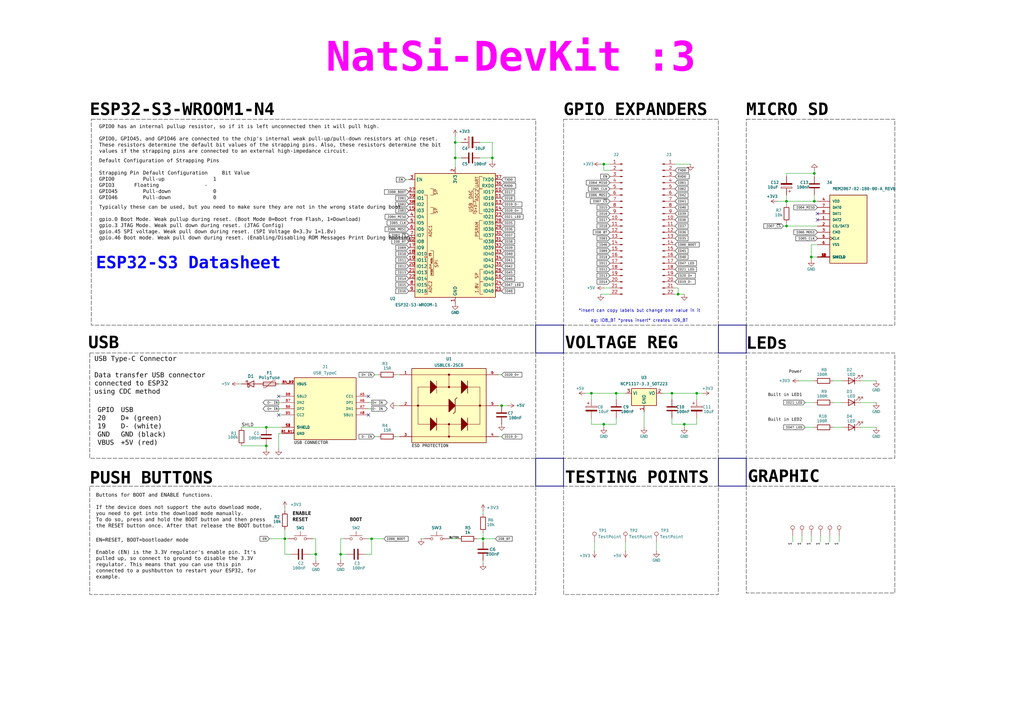
<source format=kicad_sch>
(kicad_sch (version 20231120) (generator "eeschema") (generator_version "8.0")
  (paper "A3")
  (title_block (title "NatSi-DevKit") (date "2024-10-07") (rev "v1.0.0") (company "Burger with everything Inc.") (comment 1 "Made in Prague, Czech Republic") (comment 2 "CONTACT: Savva Popov, savva.popov.sp@gmail.com, +420 605 570 366") (comment 3 "Custom ESP32-S3 DevKit made for a \"special\" girl (she silly)") (comment 4 "Made for wonderful Natani S. - by bismarx"))
  (junction (at 186.69 58.42))
  (junction (at 198.12 220.98))
  (junction (at 322.58 92.71))
  (junction (at 109.22 175.26))
  (junction (at 275.59 161.29))
  (junction (at 201.93 64.77))
  (junction (at 247.65 173.99))
  (junction (at 129.54 227.33))
  (junction (at 205.74 166.37))
  (junction (at 334.01 82.55))
  (junction (at 322.58 82.55))
  (junction (at 116.84 220.98))
  (junction (at 285.75 161.29))
  (junction (at 247.65 67.31))
  (junction (at 280.67 173.99))
  (junction (at 332.74 105.41))
  (junction (at 152.4 220.98))
  (junction (at 186.69 64.77))
  (junction (at 139.7 227.33))
  (junction (at 252.73 161.29))
  (junction (at 334.01 71.12))
  (junction (at 109.22 182.88))
  (junction (at 242.57 161.29))
  (junction (at 278.13 120.65))
  (no_connect (at 114.3 170.18))
  (no_connect (at 114.3 162.56))
  (no_connect (at 151.13 170.18))
  (no_connect (at 151.13 162.56))
  (no_connect (at 335.28 90.17))
  (no_connect (at 335.28 87.63))
  (wire (pts (xy 139.7 220.98) (xy 140.97 220.98)))
  (wire (pts (xy 116.84 220.98) (xy 118.11 220.98)))
  (wire (pts (xy 205.74 179.07) (xy 204.47 179.07)))
  (wire (pts (xy 322.58 82.55) (xy 322.58 83.82)))
  (bus (pts (xy 294.64 199.39) (xy 306.07 199.39)))
  (wire (pts (xy 114.3 184.15) (xy 114.3 177.8)))
  (bus (pts (xy 294.64 187.96) (xy 306.07 187.96)))
  (wire (pts (xy 99.06 175.26) (xy 109.22 175.26)))
  (wire (pts (xy 114.3 157.48) (xy 115.57 157.48)))
  (wire (pts (xy 246.38 120.65) (xy 250.19 120.65)))
  (wire (pts (xy 116.84 217.17) (xy 116.84 220.98)))
  (wire (pts (xy 196.85 58.42) (xy 201.93 58.42)))
  (wire (pts (xy 129.54 220.98) (xy 129.54 227.33)))
  (wire (pts (xy 109.22 182.88) (xy 109.22 184.15)))
  (wire (pts (xy 247.65 175.26) (xy 247.65 173.99)))
  (bus (pts (xy 219.71 199.39) (xy 219.71 187.96)))
  (wire (pts (xy 129.54 220.98) (xy 128.27 220.98)))
  (wire (pts (xy 116.84 220.98) (xy 116.84 227.33)))
  (wire (pts (xy 162.56 166.37) (xy 163.83 166.37)))
  (wire (pts (xy 166.37 73.66) (xy 167.64 73.66)))
  (wire (pts (xy 278.13 118.11) (xy 276.86 118.11)))
  (bus (pts (xy 219.71 187.96) (xy 231.14 187.96)))
  (bus (pts (xy 219.71 199.39) (xy 231.14 199.39)))
  (wire (pts (xy 256.54 226.06) (xy 256.54 222.25)))
  (wire (pts (xy 334.01 82.55) (xy 335.28 82.55)))
  (bus (pts (xy 231.14 133.35) (xy 231.14 144.78)))
  (wire (pts (xy 242.57 163.83) (xy 242.57 161.29)))
  (wire (pts (xy 242.57 173.99) (xy 247.65 173.99)))
  (wire (pts (xy 332.74 105.41) (xy 335.28 105.41)))
  (wire (pts (xy 334.01 71.12) (xy 334.01 72.39)))
  (wire (pts (xy 264.16 168.91) (xy 264.16 175.26)))
  (wire (pts (xy 275.59 173.99) (xy 280.67 173.99)))
  (wire (pts (xy 285.75 171.45) (xy 285.75 173.99)))
  (wire (pts (xy 322.58 92.71) (xy 335.28 92.71)))
  (wire (pts (xy 208.28 166.37) (xy 205.74 166.37)))
  (bus (pts (xy 306.07 144.78) (xy 306.07 133.35)))
  (wire (pts (xy 189.23 58.42) (xy 186.69 58.42)))
  (bus (pts (xy 294.64 133.35) (xy 306.07 133.35)))
  (wire (pts (xy 252.73 173.99) (xy 252.73 171.45)))
  (wire (pts (xy 162.56 179.07) (xy 163.83 179.07)))
  (wire (pts (xy 198.12 218.44) (xy 198.12 220.98)))
  (wire (pts (xy 195.58 220.98) (xy 198.12 220.98)))
  (wire (pts (xy 172.72 220.98) (xy 173.99 220.98)))
  (wire (pts (xy 250.19 69.85) (xy 247.65 69.85)))
  (wire (pts (xy 153.67 153.67) (xy 154.94 153.67)))
  (wire (pts (xy 139.7 220.98) (xy 139.7 227.33)))
  (wire (pts (xy 186.69 64.77) (xy 186.69 68.58)))
  (wire (pts (xy 152.4 220.98) (xy 151.13 220.98)))
  (wire (pts (xy 243.84 226.06) (xy 243.84 222.25)))
  (wire (pts (xy 353.06 175.26) (xy 359.41 175.26)))
  (wire (pts (xy 129.54 229.87) (xy 129.54 227.33)))
  (wire (pts (xy 275.59 161.29) (xy 275.59 163.83)))
  (bus (pts (xy 294.64 144.78) (xy 306.07 144.78)))
  (wire (pts (xy 322.58 91.44) (xy 322.58 92.71)))
  (wire (pts (xy 278.13 120.65) (xy 280.67 120.65)))
  (wire (pts (xy 283.21 67.31) (xy 276.86 67.31)))
  (wire (pts (xy 201.93 58.42) (xy 201.93 64.77)))
  (wire (pts (xy 325.12 222.25) (xy 325.12 219.71)))
  (wire (pts (xy 276.86 120.65) (xy 278.13 120.65)))
  (wire (pts (xy 99.06 157.48) (xy 97.79 157.48)))
  (wire (pts (xy 334.01 80.01) (xy 334.01 82.55)))
  (wire (pts (xy 152.4 165.1) (xy 151.13 165.1)))
  (wire (pts (xy 114.3 170.18) (xy 115.57 170.18)))
  (wire (pts (xy 247.65 173.99) (xy 252.73 173.99)))
  (wire (pts (xy 252.73 161.29) (xy 256.54 161.29)))
  (wire (pts (xy 110.49 220.98) (xy 116.84 220.98)))
  (wire (pts (xy 330.2 165.1) (xy 334.01 165.1)))
  (wire (pts (xy 205.74 166.37) (xy 204.47 166.37)))
  (wire (pts (xy 322.58 82.55) (xy 334.01 82.55)))
  (wire (pts (xy 341.63 156.21) (xy 345.44 156.21)))
  (wire (pts (xy 280.67 173.99) (xy 285.75 173.99)))
  (wire (pts (xy 275.59 173.99) (xy 275.59 171.45)))
  (wire (pts (xy 162.56 153.67) (xy 163.83 153.67)))
  (wire (pts (xy 246.38 67.31) (xy 247.65 67.31)))
  (wire (pts (xy 280.67 175.26) (xy 280.67 173.99)))
  (wire (pts (xy 269.24 226.06) (xy 269.24 222.25)))
  (wire (pts (xy 247.65 67.31) (xy 247.65 69.85)))
  (wire (pts (xy 332.74 105.41) (xy 332.74 100.33)))
  (wire (pts (xy 322.58 80.01) (xy 322.58 82.55)))
  (wire (pts (xy 328.93 222.25) (xy 328.93 219.71)))
  (wire (pts (xy 152.4 220.98) (xy 157.48 220.98)))
  (wire (pts (xy 198.12 229.87) (xy 198.12 231.14)))
  (wire (pts (xy 322.58 71.12) (xy 322.58 72.39)))
  (wire (pts (xy 330.2 175.26) (xy 334.01 175.26)))
  (wire (pts (xy 275.59 161.29) (xy 285.75 161.29)))
  (wire (pts (xy 318.77 82.55) (xy 322.58 82.55)))
  (wire (pts (xy 198.12 222.25) (xy 198.12 220.98)))
  (wire (pts (xy 278.13 120.65) (xy 278.13 118.11)))
  (wire (pts (xy 204.47 153.67) (xy 205.74 153.67)))
  (wire (pts (xy 341.63 175.26) (xy 345.44 175.26)))
  (bus (pts (xy 219.71 133.35) (xy 231.14 133.35)))
  (wire (pts (xy 189.23 64.77) (xy 186.69 64.77)))
  (wire (pts (xy 152.4 167.64) (xy 151.13 167.64)))
  (wire (pts (xy 196.85 64.77) (xy 201.93 64.77)))
  (wire (pts (xy 353.06 156.21) (xy 359.41 156.21)))
  (wire (pts (xy 332.74 222.25) (xy 332.74 219.71)))
  (wire (pts (xy 149.86 227.33) (xy 152.4 227.33)))
  (wire (pts (xy 242.57 161.29) (xy 252.73 161.29)))
  (wire (pts (xy 332.74 106.68) (xy 332.74 105.41)))
  (wire (pts (xy 114.3 167.64) (xy 115.57 167.64)))
  (wire (pts (xy 353.06 165.1) (xy 359.41 165.1)))
  (wire (pts (xy 152.4 220.98) (xy 152.4 227.33)))
  (wire (pts (xy 341.63 165.1) (xy 345.44 165.1)))
  (wire (pts (xy 139.7 227.33) (xy 142.24 227.33)))
  (wire (pts (xy 186.69 55.88) (xy 186.69 58.42)))
  (wire (pts (xy 327.66 156.21) (xy 334.01 156.21)))
  (wire (pts (xy 334.01 69.85) (xy 334.01 71.12)))
  (wire (pts (xy 332.74 100.33) (xy 335.28 100.33)))
  (wire (pts (xy 247.65 118.11) (xy 250.19 118.11)))
  (wire (pts (xy 321.31 92.71) (xy 322.58 92.71)))
  (wire (pts (xy 288.29 161.29) (xy 285.75 161.29)))
  (bus (pts (xy 294.64 199.39) (xy 294.64 187.96)))
  (wire (pts (xy 119.38 227.33) (xy 116.84 227.33)))
  (wire (pts (xy 344.17 222.25) (xy 344.17 219.71)))
  (wire (pts (xy 240.03 161.29) (xy 242.57 161.29)))
  (wire (pts (xy 201.93 66.04) (xy 201.93 64.77)))
  (wire (pts (xy 99.06 182.88) (xy 109.22 182.88)))
  (wire (pts (xy 129.54 227.33) (xy 127 227.33)))
  (wire (pts (xy 250.19 67.31) (xy 247.65 67.31)))
  (bus (pts (xy 306.07 199.39) (xy 306.07 187.96)))
  (bus (pts (xy 219.71 133.35) (xy 219.71 144.78)))
  (wire (pts (xy 139.7 229.87) (xy 139.7 227.33)))
  (bus (pts (xy 294.64 144.78) (xy 294.64 133.35)))
  (wire (pts (xy 114.3 162.56) (xy 115.57 162.56)))
  (wire (pts (xy 336.55 222.25) (xy 336.55 219.71)))
  (bus (pts (xy 231.14 144.78) (xy 219.71 144.78)))
  (wire (pts (xy 198.12 220.98) (xy 203.2 220.98)))
  (wire (pts (xy 334.01 71.12) (xy 322.58 71.12)))
  (wire (pts (xy 114.3 165.1) (xy 115.57 165.1)))
  (bus (pts (xy 231.14 199.39) (xy 231.14 187.96)))
  (wire (pts (xy 271.78 161.29) (xy 275.59 161.29)))
  (wire (pts (xy 198.12 210.82) (xy 198.12 209.55)))
  (wire (pts (xy 114.3 177.8) (xy 115.57 177.8)))
  (wire (pts (xy 340.36 222.25) (xy 340.36 219.71)))
  (wire (pts (xy 116.84 209.55) (xy 116.84 208.28)))
  (wire (pts (xy 153.67 179.07) (xy 154.94 179.07)))
  (wire (pts (xy 184.15 220.98) (xy 187.96 220.98)))
  (wire (pts (xy 252.73 163.83) (xy 252.73 161.29)))
  (wire (pts (xy 109.22 175.26) (xy 115.57 175.26)))
  (wire (pts (xy 242.57 171.45) (xy 242.57 173.99)))
  (wire (pts (xy 186.69 58.42) (xy 186.69 64.77)))
  (wire (pts (xy 285.75 163.83) (xy 285.75 161.29)))
  (rectangle (start 231.14 48.895) (end 294.64 133.35) (stroke (width 0) (type dash) (color 0 0 0 1)))
  (rectangle (start 36.83 144.78) (end 219.71 187.96) (stroke (width 0) (type dash) (color 0 0 0 1)))
  (rectangle (start 306.07 144.78) (end 367.03 187.96) (stroke (width 0) (type dash) (color 0 0 0 1)))
  (rectangle (start 36.83 199.39) (end 219.71 243.84) (stroke (width 0) (type dash) (color 0 0 0 1)))
  (rectangle (start 231.14 144.78) (end 294.64 187.96) (stroke (width 0) (type dash) (color 0 0 0 1)))
  (rectangle (start 306.07 48.895) (end 367.03 133.35) (stroke (width 0) (type dash) (color 0 0 0 1)))
  (rectangle (start 306.07 199.39) (end 367.03 243.205) (stroke (width 0) (type dash) (color 0 0 0 1)))
  (rectangle (start 37.465 48.895) (end 219.71 133.35) (stroke (width 0) (type dash) (color 0 0 0 1)))
  (rectangle (start 231.14 199.39) (end 294.64 243.84) (stroke (width 0) (type dash) (color 0 0 0 1)))
  (text "MICRO SD" (at 306.07 49.53 0) (effects (font (size 5 5) (bold yes)) (justify left bottom)))
  (text "Built in LED2" (at 328.93 173.355 0) (effects (font (size 1.27 1.27)) (justify right bottom)))
  (text "ESP32-S3 Datasheet" (at 39.37 112.395 0) (effects (font (size 5 5) (thickness 1) (bold yes) (italic yes)) (justify left bottom)))
  (text "GPIO EXPANDERS" (at 231.14 49.53 0) (effects (font (size 5 5) (bold yes)) (justify left bottom)))
  (text "Buttons for BOOT and ENABLE functions.\n\nIf the device does not support the auto download mode,\nyou need to get into the download mode manually. \nTo do so, press and hold the BOOT button and then press \nthe RESET button once. After that release the BOOT button." (at 39.37 217.17 0) (effects (font (size 1.5 1.5) (italic yes)) (justify left bottom)))
  (text "USB Type-C Connector\n\nData transfer USB connector \nconnected to ESP32 \nusing CDC method" (at 38.735 162.56 0) (effects (font (size 2 2) (italic yes)) (justify left bottom)))
  (text "GPIO	USB\n20		D+ (green)\n19		D- (white)\nGND	GND (black)\nVBUS	+5V (red)" (at 40.005 183.515 0) (effects (font (size 2 2)) (justify left bottom)))
  (text "VOLTAGE REG" (at 231.775 142.24 0) (effects (font (size 5 5) (thickness 1.2) (bold yes)) (justify left)))
  (text "PUSH BUTTONS" (at 36.83 200.66 0) (effects (font (size 5 5) (bold yes)) (justify left bottom)))
  (text "GRAPHIC" (at 306.705 200.025 0) (effects (font (size 5 5) (bold yes)) (justify left bottom)))
  (text "Power" (at 328.93 153.67 0) (effects (font (size 1.27 1.27)) (justify right bottom)))
  (text "BOOT" (at 143.51 214.63 0) (effects (font (size 1.5 1.5) (bold yes)) (justify left bottom)))
  (text "Default Configuration of Strapping Pins\n\nStrapping Pin	Default Configuration		Bit Value\nGPIO0 			Pull-up						1\nGPIO3			Floating						-\nGPIO45			Pull-down					0\nGPIO46			Pull-down					0" (at 40.64 82.55 0) (effects (font (size 1.5 1.5)) (justify left bottom)))
  (text "USB CONNECTOR" (at 120.65 182.88 0) (effects (font (size 1.27 1.27)) (justify left bottom)))
  (text "Typically these can be used, but you need to make sure they are not in the wrong state during boot.\n\ngpio.0 Boot Mode. Weak pullup during reset. (Boot Mode 0=Boot from Flash, 1=Download)\ngpio.3 JTAG Mode. Weak pull down during reset. (JTAG Config)\ngpio.45 SPI voltage. Weak pull down during reset. (SPI Voltage 0=3.3v 1=1.8v)\ngpio.46 Boot mode. Weak pull down during reset. (Enabling/Disabling ROM Messages Print During Booting)" (at 40.64 99.06 0) (effects (font (size 1.5 1.5)) (justify left bottom)))
  (text "ESP32-S3-WROOM1-N4" (at 36.83 49.53 0) (effects (font (size 5 5) (bold yes)) (justify left bottom)))
  (text "GPIO0 has an internal pullup resistor, so if it is left unconnected then it will pull high.\n\nGPIO0, GPIO45, and GPIO46 are connected to the chip's internal weak pull-up/pull-down resistors at chip reset.\nThese resistors determine the default bit values of the strapping pins. Also, these resistors determine the bit\nvalues if the strapping pins are connected to an external high-impedance circuit." (at 40.64 63.5 0) (effects (font (size 1.5 1.5)) (justify left bottom)))
  (text "TESTING POINTS" (at 231.775 197.485 0) (effects (font (size 5 5) (thickness 1.2) (bold yes)) (justify left)))
  (text "LEDs" (at 306.07 145.415 0) (effects (font (size 5 5) (bold yes)) (justify left bottom)))
  (text "USB" (at 36.195 142.24 0) (effects (font (size 5 5) (thickness 1.2) (bold yes)) (justify left)))
  (text "EN=RESET, BOOT=bootloader mode\n\nEnable (EN) is the 3.3V regulator's enable pin. It's\npulled up, so connect to ground to disable the 3.3V\nregulator. This means that you can use this pin\nconnected to a pushbutton to restart your ESP32, for\nexample." (at 39.37 238.125 0) (effects (font (size 1.5 1.5) (italic yes)) (justify left bottom)))
  (text "Built in LED1" (at 328.93 163.195 0) (effects (font (size 1.27 1.27)) (justify right bottom)))
  (text "ESD PROTECTION" (at 168.91 184.15 0) (effects (font (size 1.27 1.27)) (justify left bottom)))
  (text "*insert can copy labels but change one value in it\n\neg: IO8_BT *press insert* creates IO9_BT" (at 262.255 129.54 0) (effects (font (size 1.27 1.27))))
  (text "ENABLE\nRESET" (at 120.015 214.63 0) (effects (font (size 1.5 1.5) (thickness 0.254) (bold yes)) (justify left bottom)))
  (text "NatSi-DevKit :3" (at 209.55 27.305 0) (effects (font (size 12 12) (thickness 2.4) (bold yes))))
  (label "SHLD" (at 99.06 175.26 0))
  (label "1" (at 332.74 222.25 270))
  (label "1" (at 336.55 222.25 270))
  (label "1" (at 340.36 222.25 270))
  (label "1" (at 328.93 222.25 270))
  (label "BUTTON" (at 184.15 220.98 0) (effects (font (size 0.7 0.7))))
  (label "1" (at 344.17 222.25 270))
  (label "1" (at 325.12 222.25 270))
  (global_label "EN" (shape input) (at 166.37 73.66 180) (effects (font (size 1 1))) (property "Intersheetrefs" "${INTERSHEET_REFS}" (effects (hide yes))))
  (global_label "IO16" (shape input) (at 167.64 119.38 180) (effects (font (size 1 1))) (property "Intersheetrefs" "${INTERSHEET_REFS}" (effects (hide yes))))
  (global_label "RXD0" (shape input) (at 205.74 76.2 0) (effects (font (size 1 1))) (property "Intersheetrefs" "${INTERSHEET_REFS}" (effects (hide yes))))
  (global_label "D+ IN" (shape input) (at 153.67 153.67 180) (effects (font (size 1 1))) (property "Intersheetrefs" "${INTERSHEET_REFS}" (effects (hide yes))))
  (global_label "IO40" (shape input) (at 205.74 104.14 0) (effects (font (size 1 1))) (property "Intersheetrefs" "${INTERSHEET_REFS}" (effects (hide yes))))
  (global_label "IO35" (shape input) (at 205.74 91.44 0) (effects (font (size 1 1))) (property "Intersheetrefs" "${INTERSHEET_REFS}" (effects (hide yes))))
  (global_label "IO47_LED" (shape input) (at 205.74 116.84 0) (effects (font (size 1 1))) (property "Intersheetrefs" "${INTERSHEET_REFS}" (effects (hide yes))))
  (global_label "EN" (shape input) (at 250.19 72.39 180) (effects (font (size 1 1))) (property "Intersheetrefs" "${INTERSHEET_REFS}" (effects (hide yes))))
  (global_label "IO45" (shape input) (at 205.74 111.76 0) (effects (font (size 1 1))) (property "Intersheetrefs" "${INTERSHEET_REFS}" (effects (hide yes))))
  (global_label "IO42" (shape input) (at 276.86 80.01 0) (effects (font (size 1 1))) (property "Intersheetrefs" "${INTERSHEET_REFS}" (effects (hide yes))))
  (global_label "IO01" (shape input) (at 167.64 81.28 180) (effects (font (size 1 1))) (property "Intersheetrefs" "${INTERSHEET_REFS}" (effects (hide yes))))
  (global_label "IO18" (shape input) (at 205.74 81.28 0) (effects (font (size 1 1))) (property "Intersheetrefs" "${INTERSHEET_REFS}" (effects (hide yes))))
  (global_label "IO10" (shape input) (at 167.64 104.14 180) (effects (font (size 1 1))) (property "Intersheetrefs" "${INTERSHEET_REFS}" (effects (hide yes))))
  (global_label "IO11" (shape input) (at 167.64 106.68 180) (effects (font (size 1 1))) (property "Intersheetrefs" "${INTERSHEET_REFS}" (effects (hide yes))))
  (global_label "IO05_CLK" (shape input) (at 167.64 91.44 180) (effects (font (size 1 1))) (property "Intersheetrefs" "${INTERSHEET_REFS}" (effects (hide yes))))
  (global_label "IO14" (shape input) (at 250.19 115.57 180) (effects (font (size 1 1))) (property "Intersheetrefs" "${INTERSHEET_REFS}" (effects (hide yes))))
  (global_label "IO12" (shape input) (at 167.64 109.22 180) (effects (font (size 1 1))) (property "Intersheetrefs" "${INTERSHEET_REFS}" (effects (hide yes))))
  (global_label "IO39" (shape input) (at 276.86 87.63 0) (effects (font (size 1 1))) (property "Intersheetrefs" "${INTERSHEET_REFS}" (effects (hide yes))))
  (global_label "IO47_LED" (shape input) (at 276.86 107.95 0) (effects (font (size 1 1))) (property "Intersheetrefs" "${INTERSHEET_REFS}" (effects (hide yes))))
  (global_label "IO18" (shape input) (at 250.19 92.71 180) (effects (font (size 1 1))) (property "Intersheetrefs" "${INTERSHEET_REFS}" (effects (hide yes))))
  (global_label "D+ IN" (shape output) (at 114.3 167.64 180) (effects (font (size 1 1))) (property "Intersheetrefs" "${INTERSHEET_REFS}" (effects (hide yes))))
  (global_label "IO02" (shape input) (at 276.86 77.47 0) (effects (font (size 1 1))) (property "Intersheetrefs" "${INTERSHEET_REFS}" (effects (hide yes))))
  (global_label "IO19_D-" (shape input) (at 276.86 115.57 0) (effects (font (size 1 1))) (property "Intersheetrefs" "${INTERSHEET_REFS}" (effects (hide yes))))
  (global_label "IO06_MOSI" (shape input) (at 167.64 93.98 180) (effects (font (size 1 1))) (property "Intersheetrefs" "${INTERSHEET_REFS}" (effects (hide yes))))
  (global_label "IO19_D-" (shape input) (at 205.74 83.82 0) (effects (font (size 1 1))) (property "Intersheetrefs" "${INTERSHEET_REFS}" (effects (hide yes))))
  (global_label "IO47_LED" (shape input) (at 330.2 175.26 180) (effects (font (size 1 1))) (property "Intersheetrefs" "${INTERSHEET_REFS}" (effects (hide yes))))
  (global_label "IO13" (shape input) (at 250.19 113.03 180) (effects (font (size 1 1))) (property "Intersheetrefs" "${INTERSHEET_REFS}" (effects (hide yes))))
  (global_label "IO06_MOSI" (shape input) (at 335.28 95.25 180) (effects (font (size 1 1))) (property "Intersheetrefs" "${INTERSHEET_REFS}" (effects (hide yes))))
  (global_label "IO00_BOOT" (shape input) (at 157.48 220.98 0) (effects (font (size 1 1))) (property "Intersheetrefs" "${INTERSHEET_REFS}" (effects (hide yes))))
  (global_label "IO00_BOOT" (shape input) (at 167.64 78.74 180) (effects (font (size 1 1))) (property "Intersheetrefs" "${INTERSHEET_REFS}" (effects (hide yes))))
  (global_label "IO37" (shape input) (at 276.86 92.71 0) (effects (font (size 1 1))) (property "Intersheetrefs" "${INTERSHEET_REFS}" (effects (hide yes))))
  (global_label "IO21_LED" (shape input) (at 205.74 88.9 0) (effects (font (size 1 1))) (property "Intersheetrefs" "${INTERSHEET_REFS}" (effects (hide yes))))
  (global_label "D- IN" (shape output) (at 114.3 165.1 180) (effects (font (size 1 1))) (property "Intersheetrefs" "${INTERSHEET_REFS}" (effects (hide yes))))
  (global_label "TXD0" (shape input) (at 276.86 69.85 0) (effects (font (size 1 1))) (property "Intersheetrefs" "${INTERSHEET_REFS}" (effects (hide yes))))
  (global_label "IO20_D+" (shape input) (at 276.86 113.03 0) (effects (font (size 1 1))) (property "Intersheetrefs" "${INTERSHEET_REFS}" (effects (hide yes))))
  (global_label "IO10" (shape input) (at 250.19 105.41 180) (effects (font (size 1 1))) (property "Intersheetrefs" "${INTERSHEET_REFS}" (effects (hide yes))))
  (global_label "IO02" (shape input) (at 167.64 83.82 180) (effects (font (size 1 1))) (property "Intersheetrefs" "${INTERSHEET_REFS}" (effects (hide yes))))
  (global_label "IO46" (shape input) (at 250.19 100.33 180) (effects (font (size 1 1))) (property "Intersheetrefs" "${INTERSHEET_REFS}" (effects (hide yes))))
  (global_label "IO04_MISO" (shape input) (at 335.28 85.09 180) (effects (font (size 1 1))) (property "Intersheetrefs" "${INTERSHEET_REFS}" (effects (hide yes))))
  (global_label "IO17" (shape input) (at 250.19 90.17 180) (effects (font (size 1 1))) (property "Intersheetrefs" "${INTERSHEET_REFS}" (effects (hide yes))))
  (global_label "IO06_MOSI" (shape input) (at 250.19 80.01 180) (effects (font (size 1 1))) (property "Intersheetrefs" "${INTERSHEET_REFS}" (effects (hide yes))))
  (global_label "D- IN" (shape output) (at 152.4 167.64 0) (effects (font (size 1 1))) (property "Intersheetrefs" "${INTERSHEET_REFS}" (effects (hide yes))))
  (global_label "IO09" (shape input) (at 167.64 101.6 180) (effects (font (size 1 1))) (property "Intersheetrefs" "${INTERSHEET_REFS}" (effects (hide yes))))
  (global_label "IO12" (shape input) (at 250.19 110.49 180) (effects (font (size 1 1))) (property "Intersheetrefs" "${INTERSHEET_REFS}" (effects (hide yes))))
  (global_label "IO41" (shape input) (at 276.86 82.55 0) (effects (font (size 1 1))) (property "Intersheetrefs" "${INTERSHEET_REFS}" (effects (hide yes))))
  (global_label "IO36" (shape input) (at 276.86 95.25 0) (effects (font (size 1 1))) (property "Intersheetrefs" "${INTERSHEET_REFS}" (effects (hide yes))))
  (global_label "IO41" (shape input) (at 205.74 106.68 0) (effects (font (size 1 1))) (property "Intersheetrefs" "${INTERSHEET_REFS}" (effects (hide yes))))
  (global_label "IO05_CLK" (shape input) (at 250.19 77.47 180) (effects (font (size 1 1))) (property "Intersheetrefs" "${INTERSHEET_REFS}" (effects (hide yes))))
  (global_label "IO38" (shape input) (at 276.86 90.17 0) (effects (font (size 1 1))) (property "Intersheetrefs" "${INTERSHEET_REFS}" (effects (hide yes))))
  (global_label "IO05_CLK" (shape input) (at 335.28 97.79 180) (effects (font (size 1 1))) (property "Intersheetrefs" "${INTERSHEET_REFS}" (effects (hide yes))))
  (global_label "IO04_MISO" (shape input) (at 167.64 88.9 180) (effects (font (size 1 1))) (property "Intersheetrefs" "${INTERSHEET_REFS}" (effects (hide yes))))
  (global_label "IO03" (shape input) (at 167.64 86.36 180) (effects (font (size 1 1))) (property "Intersheetrefs" "${INTERSHEET_REFS}" (effects (hide yes))))
  (global_label "IO14" (shape input) (at 167.64 114.3 180) (effects (font (size 1 1))) (property "Intersheetrefs" "${INTERSHEET_REFS}" (effects (hide yes))))
  (global_label "IO00_BOOT" (shape input) (at 276.86 100.33 0) (effects (font (size 1 1))) (property "Intersheetrefs" "${INTERSHEET_REFS}" (effects (hide yes))))
  (global_label "IO01" (shape input) (at 276.86 74.93 0) (effects (font (size 1 1))) (property "Intersheetrefs" "${INTERSHEET_REFS}" (effects (hide yes))))
  (global_label "IO46" (shape input) (at 205.74 114.3 0) (effects (font (size 1 1))) (property "Intersheetrefs" "${INTERSHEET_REFS}" (effects (hide yes))))
  (global_label "IO35" (shape input) (at 276.86 97.79 0) (effects (font (size 1 1))) (property "Intersheetrefs" "${INTERSHEET_REFS}" (effects (hide yes))))
  (global_label "IO15" (shape input) (at 250.19 85.09 180) (effects (font (size 1 1))) (property "Intersheetrefs" "${INTERSHEET_REFS}" (effects (hide yes))))
  (global_label "IO48" (shape input) (at 276.86 105.41 0) (effects (font (size 1 1))) (property "Intersheetrefs" "${INTERSHEET_REFS}" (effects (hide yes))))
  (global_label "IO36" (shape input) (at 205.74 93.98 0) (effects (font (size 1 1))) (property "Intersheetrefs" "${INTERSHEET_REFS}" (effects (hide yes))))
  (global_label "IO20_D+" (shape input) (at 205.74 153.67 0) (effects (font (size 1 1))) (property "Intersheetrefs" "${INTERSHEET_REFS}" (effects (hide yes))))
  (global_label "IO48" (shape input) (at 205.74 119.38 0) (effects (font (size 1 1))) (property "Intersheetrefs" "${INTERSHEET_REFS}" (effects (hide yes))))
  (global_label "IO37" (shape input) (at 205.74 96.52 0) (effects (font (size 1 1))) (property "Intersheetrefs" "${INTERSHEET_REFS}" (effects (hide yes))))
  (global_label "IO11" (shape input) (at 250.19 107.95 180) (effects (font (size 1 1))) (property "Intersheetrefs" "${INTERSHEET_REFS}" (effects (hide yes))))
  (global_label "IO8_BT" (shape input) (at 167.64 99.06 180) (effects (font (size 1 1))) (property "Intersheetrefs" "${INTERSHEET_REFS}" (effects (hide yes))))
  (global_label "IO04_MISO" (shape input) (at 250.19 74.93 180) (effects (font (size 1 1))) (property "Intersheetrefs" "${INTERSHEET_REFS}" (effects (hide yes))))
  (global_label "TXD0" (shape input) (at 205.74 73.66 0) (effects (font (size 1 1))) (property "Intersheetrefs" "${INTERSHEET_REFS}" (effects (hide yes))))
  (global_label "IO20_D+" (shape input) (at 205.74 86.36 0) (effects (font (size 1 1))) (property "Intersheetrefs" "${INTERSHEET_REFS}" (effects (hide yes))))
  (global_label "IO8_BT" (shape input) (at 250.19 95.25 180) (effects (font (size 1 1))) (property "Intersheetrefs" "${INTERSHEET_REFS}" (effects (hide yes))))
  (global_label "IO16" (shape input) (at 250.19 87.63 180) (effects (font (size 1 1))) (property "Intersheetrefs" "${INTERSHEET_REFS}" (effects (hide yes))))
  (global_label "IO17" (shape input) (at 205.74 78.74 0) (effects (font (size 1 1))) (property "Intersheetrefs" "${INTERSHEET_REFS}" (effects (hide yes))))
  (global_label "IO42" (shape input) (at 205.74 109.22 0) (effects (font (size 1 1))) (property "Intersheetrefs" "${INTERSHEET_REFS}" (effects (hide yes))))
  (global_label "IO21_LED" (shape input) (at 330.2 165.1 180) (effects (font (size 1 1))) (property "Intersheetrefs" "${INTERSHEET_REFS}" (effects (hide yes))))
  (global_label "IO13" (shape input) (at 167.64 111.76 180) (effects (font (size 1 1))) (property "Intersheetrefs" "${INTERSHEET_REFS}" (effects (hide yes))))
  (global_label "IO38" (shape input) (at 205.74 99.06 0) (effects (font (size 1 1))) (property "Intersheetrefs" "${INTERSHEET_REFS}" (effects (hide yes))))
  (global_label "IO8_BT" (shape input) (at 203.2 220.98 0) (effects (font (size 1 1))) (property "Intersheetrefs" "${INTERSHEET_REFS}" (effects (hide yes))))
  (global_label "IO45" (shape input) (at 276.86 102.87 0) (effects (font (size 1 1))) (property "Intersheetrefs" "${INTERSHEET_REFS}" (effects (hide yes))))
  (global_label "IO39" (shape input) (at 205.74 101.6 0) (effects (font (size 1 1))) (property "Intersheetrefs" "${INTERSHEET_REFS}" (effects (hide yes))))
  (global_label "IO03" (shape input) (at 250.19 97.79 180) (effects (font (size 1 1))) (property "Intersheetrefs" "${INTERSHEET_REFS}" (effects (hide yes))))
  (global_label "RXD0" (shape input) (at 276.86 72.39 0) (effects (font (size 1 1))) (property "Intersheetrefs" "${INTERSHEET_REFS}" (effects (hide yes))))
  (global_label "IO07_~{CS}" (shape input) (at 321.31 92.71 180) (effects (font (size 1 1))) (property "Intersheetrefs" "${INTERSHEET_REFS}" (effects (hide yes))))
  (global_label "IO19_D-" (shape input) (at 205.74 179.07 0) (effects (font (size 1 1))) (property "Intersheetrefs" "${INTERSHEET_REFS}" (effects (hide yes))))
  (global_label "D+ IN" (shape output) (at 152.4 165.1 0) (effects (font (size 1 1))) (property "Intersheetrefs" "${INTERSHEET_REFS}" (effects (hide yes))))
  (global_label "IO07_~{CS}" (shape input) (at 250.19 82.55 180) (effects (font (size 1 1))) (property "Intersheetrefs" "${INTERSHEET_REFS}" (effects (hide yes))))
  (global_label "IO07_~{CS}" (shape input) (at 167.64 96.52 180) (effects (font (size 1 1))) (property "Intersheetrefs" "${INTERSHEET_REFS}" (effects (hide yes))))
  (global_label "D- IN" (shape input) (at 153.67 179.07 180) (effects (font (size 1 1))) (property "Intersheetrefs" "${INTERSHEET_REFS}" (effects (hide yes))))
  (global_label "IO15" (shape input) (at 167.64 116.84 180) (effects (font (size 1 1))) (property "Intersheetrefs" "${INTERSHEET_REFS}" (effects (hide yes))))
  (global_label "IO40" (shape input) (at 276.86 85.09 0) (effects (font (size 1 1))) (property "Intersheetrefs" "${INTERSHEET_REFS}" (effects (hide yes))))
  (global_label "IO21_LED" (shape input) (at 276.86 110.49 0) (effects (font (size 1 1))) (property "Intersheetrefs" "${INTERSHEET_REFS}" (effects (hide yes))))
  (global_label "EN" (shape input) (at 110.49 220.98 180) (effects (font (size 1 1))) (property "Intersheetrefs" "${INTERSHEET_REFS}" (effects (hide yes))))
  (global_label "IO09" (shape input) (at 250.19 102.87 180) (effects (font (size 1 1))) (property "Intersheetrefs" "${INTERSHEET_REFS}" (effects (hide yes))))
  (symbol (lib_id "Device:R") (at 99.06 179.07 0) (unit 1)
    (property "Reference" "R1" (at 95.885 177.8 0))
    (property "Value" "100k" (at 95.5675 179.3875 0))
    (property "Footprint" "Resistor_SMD:R_0805_2012Metric_Pad1.20x1.40mm_HandSolder" (effects (hide yes)))
  )
  (symbol (lib_id "Switch:SW_Push") (at 179.07 220.98 0) (unit 1)
    (property "Reference" "SW3" (at 179.07 216.535 0))
    (property "Value" "SW_Push" (effects (hide yes)))
    (property "Footprint" "sumec_brd:SW_SPST_EVQPE1" (effects (hide yes)))
  )
  (symbol (lib_id "Device:LED") (at 349.25 156.21 180) (unit 1)
    (property "Reference" "D2" (at 347.345 151.765 0) (effects (justify right)))
    (property "Value" "LED" (at 347.345 153.67 0) (effects (justify right)))
    (property "Footprint" "LED_SMD:LED_0805_2012Metric_Pad1.15x1.40mm_HandSolder" (effects (hide yes)))
  )
  (symbol (lib_id "power:GND") (at 280.67 175.26 0) (unit 1)
    (property "Reference" "#PWR021" (effects (hide yes)))
    (property "Value" "GND" (at 280.67 179.07 0))
    (property "Description" "Power symbol creates a global label with name \"GND\" , ground" (effects (hide yes)))
  )
  (symbol (lib_id "power:GND") (at 198.12 231.14 0) (unit 1)
    (property "Reference" "#PWR012" (effects (hide yes)))
    (property "Value" "GND" (effects (hide yes)))
  )
  (symbol (lib_id "Device:R") (at 191.77 220.98 90) (unit 1)
    (property "Reference" "R5" (at 193.04 216.535 90) (effects (justify left)))
    (property "Value" "1k" (at 193.04 218.44 90) (effects (justify left)))
    (property "Footprint" "Resistor_SMD:R_0805_2012Metric_Pad1.20x1.40mm_HandSolder" (effects (hide yes)))
  )
  (symbol (lib_id "Connector:TestPoint") (at 344.17 219.71 0) (unit 1)
    (property "Reference" "TP9" (effects (hide yes)))
    (property "Value" "TestPoint" (effects (hide yes)))
    (property "Footprint" "sumec_graphic:FLO_POINTING_IMG" (effects (hide yes)))
    (property "Description" "test point" (effects (hide yes)))
  )
  (symbol (lib_id "Connector:TestPoint") (at 256.54 222.25 0) (unit 1)
    (property "Reference" "TP2" (at 258.318 217.678 0) (effects (justify left)))
    (property "Value" "TestPoint" (at 258.318 220.218 0) (effects (justify left)))
    (property "Footprint" "TestPoint:TestPoint_THTPad_D1.5mm_Drill0.7mm" (effects (hide yes)))
    (property "Description" "test point" (effects (hide yes)))
  )
  (symbol (lib_id "power:GND") (at 162.56 166.37 270) (unit 1)
    (property "Reference" "#PWR07" (effects (hide yes)))
    (property "Value" "GND" (effects (hide yes)))
  )
  (symbol (lib_id "Connector:Conn_01x22_Pin") (at 255.27 92.71 0) (mirror y) (unit 1)
    (property "Reference" "J2" (at 252.73 63.5 0))
    (property "Value" "Conn_01x22_Pin" (effects (hide yes)))
    (property "Footprint" "Connector_PinHeader_2.54mm:PinHeader_1x22_P2.54mm_Vertical" (effects (hide yes)))
    (property "Description" "Generic connector, single row, 01x22, script generated" (effects (hide yes)))
  )
  (symbol (lib_id "power:+5V") (at 256.54 226.06 180) (unit 1)
    (property "Reference" "#PWR019" (effects (hide yes)))
    (property "Value" "+5V" (at 255.27 227.965 0) (effects (justify left)))
    (property "Description" "Power symbol creates a global label with name \"+5V\"" (effects (hide yes)))
  )
  (symbol (lib_id "Connector:TestPoint") (at 328.93 219.71 0) (unit 1)
    (property "Reference" "TP5" (effects (hide yes)))
    (property "Value" "TestPoint" (effects (hide yes)))
    (property "Footprint" "sumec_graphic:NAT_PFP_IMG" (effects (hide yes)))
    (property "Description" "test point" (effects (hide yes)))
  )
  (symbol (lib_id "Device:R") (at 322.58 87.63 180) (unit 1)
    (property "Reference" "R7" (at 319.405 86.36 0))
    (property "Value" "10k" (at 319.405 88.265 0))
    (property "Footprint" "Resistor_SMD:R_0805_2012Metric_Pad1.20x1.40mm_HandSolder" (effects (hide yes)))
  )
  (symbol (lib_id "power:+5V") (at 97.79 157.48 90) (unit 1)
    (property "Reference" "#PWR01" (effects (hide yes)))
    (property "Value" "+5V" (at 94.615 157.48 90) (effects (justify left)))
    (property "Description" "Power symbol creates a global label with name \"+5V\"" (effects (hide yes)))
  )
  (symbol (lib_id "Switch:SW_Push") (at 146.05 220.98 0) (unit 1)
    (property "Reference" "SW2" (at 146.05 216.535 0))
    (property "Value" "SW_Push" (effects (hide yes)))
    (property "Footprint" "sumec_brd:SW_SPST_EVQPE1" (effects (hide yes)))
  )
  (symbol (lib_id "Device:LED") (at 349.25 175.26 180) (unit 1)
    (property "Reference" "D4" (at 347.345 170.815 0) (effects (justify right)))
    (property "Value" "LED" (at 347.345 172.72 0) (effects (justify right)))
    (property "Footprint" "LED_SMD:LED_0805_2012Metric_Pad1.15x1.40mm_HandSolder" (effects (hide yes)))
  )
  (symbol (lib_id "Device:R") (at 337.82 165.1 90) (unit 1)
    (property "Reference" "R9" (at 339.09 160.655 90) (effects (justify left)))
    (property "Value" "100R" (at 339.725 162.56 90) (effects (justify left)))
    (property "Footprint" "Resistor_SMD:R_0805_2012Metric_Pad1.20x1.40mm_HandSolder" (effects (hide yes)))
  )
  (symbol (lib_id "Device:C") (at 205.74 170.18 0) (unit 1)
    (property "Reference" "C7" (at 208.28 169.545 0) (effects (justify left)))
    (property "Value" "100nF" (at 208.28 171.45 0) (effects (justify left)))
    (property "Footprint" "Capacitor_SMD:C_0805_2012Metric_Pad1.18x1.45mm_HandSolder" (effects (hide yes)))
  )
  (symbol (lib_id "Device:C_Polarized") (at 285.75 167.64 0) (unit 1)
    (property "Reference" "C11" (at 288.29 167.005 0) (effects (justify left)))
    (property "Value" "10uF" (at 288.29 168.91 0) (effects (justify left)))
    (property "Footprint" "Capacitor_Tantalum_SMD:CP_EIA-3216-18_Kemet-A_Pad1.58x1.35mm_HandSolder" (effects (hide yes)))
  )
  (symbol (lib_id "Device:R") (at 158.75 179.07 90) (unit 1)
    (property "Reference" "R4" (at 156.845 174.625 90) (effects (justify right)))
    (property "Value" "15R" (at 156.845 176.53 90) (effects (justify right)))
    (property "Footprint" "Resistor_SMD:R_0805_2012Metric_Pad1.20x1.40mm_HandSolder" (effects (hide yes)))
  )
  (symbol (lib_id "power:GND") (at 264.16 175.26 0) (unit 1)
    (property "Reference" "#PWR020" (effects (hide yes)))
    (property "Value" "GND" (at 264.16 179.07 0))
    (property "Description" "Power symbol creates a global label with name \"GND\" , ground" (effects (hide yes)))
  )
  (symbol (lib_id "Connector:TestPoint") (at 243.84 222.25 0) (unit 1)
    (property "Reference" "TP1" (at 245.618 217.678 0) (effects (justify left)))
    (property "Value" "TestPoint" (at 245.618 220.218 0) (effects (justify left)))
    (property "Footprint" "TestPoint:TestPoint_THTPad_D1.5mm_Drill0.7mm" (effects (hide yes)))
    (property "Description" "test point" (effects (hide yes)))
  )
  (symbol (lib_id "power:GND") (at 359.41 165.1 0) (unit 1)
    (property "Reference" "#PWR029" (effects (hide yes)))
    (property "Value" "GND" (at 359.41 168.91 0))
  )
  (symbol (lib_id "power:+3V3") (at 288.29 161.29 270) (unit 1)
    (property "Reference" "#PWR022" (effects (hide yes)))
    (property "Value" "+3V3" (at 287.655 159.385 90) (effects (justify left)))
  )
  (symbol (lib_id "power:+3V3") (at 318.77 82.55 90) (unit 1)
    (property "Reference" "#PWR023" (effects (hide yes)))
    (property "Value" "+3V3" (at 319.405 80.645 90) (effects (justify left)))
  )
  (symbol (lib_id "power:+5V") (at 247.65 118.11 90) (unit 1)
    (property "Reference" "#PWR032" (effects (hide yes)))
    (property "Value" "+5V" (at 244.475 118.11 90) (effects (justify left)))
    (property "Description" "Power symbol creates a global label with name \"+5V\"" (effects (hide yes)))
  )
  (symbol (lib_id "Device:C_Polarized") (at 322.58 76.2 180) (unit 1)
    (property "Reference" "C12" (at 319.405 74.93 0) (effects (justify left)))
    (property "Value" "10uF" (at 319.405 76.835 0) (effects (justify left)))
    (property "Footprint" "Capacitor_Tantalum_SMD:CP_EIA-3216-18_Kemet-A_Pad1.58x1.35mm_HandSolder" (effects (hide yes)))
    (property "Description" "Polarized capacitor" (effects (hide yes)))
  )
  (symbol (lib_id "power:GND") (at 201.93 66.04 0) (unit 1)
    (property "Reference" "#PWR013" (effects (hide yes)))
    (property "Value" "GND" (effects (hide yes)))
    (property "Description" "Power symbol creates a global label with name \"GND\" , ground" (effects (hide yes)))
  )
  (symbol (lib_id "power:GND") (at 332.74 106.68 0) (unit 1)
    (property "Reference" "#PWR025" (effects (hide yes)))
    (property "Value" "GND" (at 332.74 110.49 0))
  )
  (symbol (lib_id "Device:C") (at 123.19 227.33 90) (unit 1)
    (property "Reference" "C2" (at 124.46 231.14 90) (effects (justify left)))
    (property "Value" "100nF" (at 125.73 233.045 90) (effects (justify left)))
    (property "Footprint" "Capacitor_SMD:C_0805_2012Metric_Pad1.18x1.45mm_HandSolder" (effects (hide yes)))
  )
  (symbol (lib_id "SchrackThingy_library:MEM2067-02-180-00-A_REVB") (at 340.36 92.71 0) (unit 1)
    (property "Reference" "J4" (at 339.09 74.93 0) (effects (justify left)))
    (property "Value" "MEM2067-02-180-00-A_REVB" (at 339.09 77.47 0) (effects (justify left)))
    (property "Footprint" "Schrack_brd:MICRO_SD_CARD" (effects (hide yes)))
    (property "MF" "Global Connector Technology" (effects (hide yes)))
    (property "Description_1" "\n8 Position Card Connector microSD Surface Mount, Right Angle Gold\n" (effects (hide yes)))
    (property "Package" "None" (effects (hide yes)))
    (property "Price" "None" (effects (hide yes)))
    (property "Check_prices" "https://www.snapeda.com/parts/MEM2067-02-180-00-A/Global+Connector+Technology/view-part/?ref=eda" (effects (hide yes)))
    (property "SnapEDA_Link" "https://www.snapeda.com/parts/MEM2067-02-180-00-A/Global+Connector+Technology/view-part/?ref=snap" (effects (hide yes)))
    (property "MP" "MEM2067-02-180-00-A" (effects (hide yes)))
    (property "Purchase-URL" "https://www.snapeda.com/api/url_track_click_mouser/?unipart_id=779218&manufacturer=Global Connector Technology&part_name=MEM2067-02-180-00-A&search_term=None" (effects (hide yes)))
    (property "Availability" "Not in stock" (effects (hide yes)))
    (property "MANUFACTURER" "GCT" (effects (hide yes)))
  )
  (symbol (lib_id "Device:Polyfuse") (at 110.49 157.48 90) (unit 1)
    (property "Reference" "F1" (at 110.49 153.035 90))
    (property "Value" "Polyfuse" (at 110.49 154.94 90))
    (property "Footprint" "Fuse:Fuse_0805_2012Metric" (effects (hide yes)))
    (property "Datasheet" "https://cz.mouser.com/ProductDetail/Littelfuse/0805L020-16YR?qs=HoCaDK9Nz5e9OjGjdp4q0Q%3D%3D" (effects (hide yes)))
    (property "Description" "Resettable fuse, polymeric positive temperature coefficient" (effects (hide yes)))
  )
  (symbol (lib_id "Connector:TestPoint") (at 325.12 219.71 0) (unit 1)
    (property "Reference" "TP4" (effects (hide yes)))
    (property "Value" "TestPoint" (effects (hide yes)))
    (property "Footprint" "sumec_graphic:NATI_PICME_IMG" (effects (hide yes)))
    (property "Description" "test point" (effects (hide yes)))
  )
  (symbol (lib_id "power:GND") (at 246.38 120.65 0) (unit 1)
    (property "Reference" "#PWR033" (effects (hide yes)))
    (property "Value" "GND" (effects (hide yes)))
    (property "Description" "Power symbol creates a global label with name \"GND\" , ground" (effects (hide yes)))
  )
  (symbol (lib_id "Device:R") (at 198.12 214.63 0) (mirror x) (unit 1)
    (property "Reference" "R6" (at 201.295 213.36 0))
    (property "Value" "10k" (at 201.295 215.265 0))
    (property "Footprint" "Resistor_SMD:R_0805_2012Metric_Pad1.20x1.40mm_HandSolder" (effects (hide yes)))
  )
  (symbol (lib_id "power:GND") (at 359.41 175.26 0) (unit 1)
    (property "Reference" "#PWR030" (effects (hide yes)))
    (property "Value" "GND" (at 359.41 179.07 0))
  )
  (symbol (lib_id "Device:D_Schottky") (at 102.87 157.48 0) (unit 1)
    (property "Reference" "D1" (at 102.87 154.305 0))
    (property "Value" "D_Schottky" (effects (hide yes)))
    (property "Footprint" "Diode_SMD:D_1206_3216Metric_Pad1.42x1.75mm_HandSolder" (effects (hide yes)))
    (property "Description" "Schottky diode" (effects (hide yes)))
  )
  (symbol (lib_id "power:+3V3") (at 243.84 226.06 180) (unit 1)
    (property "Reference" "#PWR017" (effects (hide yes)))
    (property "Value" "+3V3" (at 242.57 227.965 0) (effects (justify left)))
  )
  (symbol (lib_id "Device:C") (at 146.05 227.33 270) (mirror x) (unit 1)
    (property "Reference" "C3" (at 145.415 231.14 90) (effects (justify left)))
    (property "Value" "100nF" (at 144.145 233.045 90) (effects (justify left)))
    (property "Footprint" "Capacitor_SMD:C_0805_2012Metric_Pad1.18x1.45mm_HandSolder" (effects (hide yes)))
  )
  (symbol (lib_id "Device:LED") (at 349.25 165.1 180) (unit 1)
    (property "Reference" "D3" (at 347.345 160.655 0) (effects (justify right)))
    (property "Value" "LED" (at 347.345 162.56 0) (effects (justify right)))
    (property "Footprint" "LED_SMD:LED_0805_2012Metric_Pad1.15x1.40mm_HandSolder" (effects (hide yes)))
  )
  (symbol (lib_id "Device:C") (at 198.12 226.06 180) (unit 1)
    (property "Reference" "C6" (at 203.2 225.425 0) (effects (justify left)))
    (property "Value" "100nF" (at 205.105 227.33 0) (effects (justify left)))
    (property "Footprint" "Capacitor_SMD:C_0805_2012Metric_Pad1.18x1.45mm_HandSolder" (effects (hide yes)))
  )
  (symbol (lib_id "sumec_sch_lib:USB_TypeC") (at 133.35 167.64 0) (mirror y) (unit 1)
    (property "Reference" "J1" (at 133.35 150.495 0))
    (property "Value" "USB_TypeC" (at 133.35 153.035 0))
    (property "Footprint" "sumec_brd:HRO_TYPE-C-31-M-12" (effects (hide yes)))
    (property "Datasheet" "TYPE-C-31-M-12" (effects (hide yes)))
    (property "Description" "USB Connectors 24 Receptacle 1 8.94*7.3mm RoHS" (effects (hide yes)))
    (property "MF" "HRO Electronics Co., Ltd." (effects (hide yes)))
    (property "MAXIMUM_PACKAGE_HEIGHT" "3.26 mm" (effects (hide yes)))
    (property "Package" "Package" (effects (hide yes)))
    (property "Price" "None" (effects (hide yes)))
    (property "Check_prices" "https://www.snapeda.com/parts/TYPE-C-31-M-12/HRO+Electronics+Co.%252C+Ltd./view-part/?ref=eda" (effects (hide yes)))
    (property "STANDARD" "Manufacturer Recommendations" (effects (hide yes)))
    (property "PARTREV" "2020.12.08" (effects (hide yes)))
    (property "SnapEDA_Link" "https://www.snapeda.com/parts/TYPE-C-31-M-12/HRO+Electronics+Co.%252C+Ltd./view-part/?ref=snap" (effects (hide yes)))
    (property "MP" "TYPE-C-31-M-12" (effects (hide yes)))
    (property "SNAPEDA_PN" "TYPE-C-31-M-12" (effects (hide yes)))
    (property "Availability" "Not in stock" (effects (hide yes)))
    (property "MANUFACTURER" "HRO Electronics Co., Ltd." (effects (hide yes)))
  )
  (symbol (lib_id "Device:C") (at 109.22 179.07 0) (mirror x) (unit 1)
    (property "Reference" "C1" (at 104.14 177.8 0) (effects (justify left)))
    (property "Value" "100nF" (at 101.6 179.705 0) (effects (justify left)))
    (property "Footprint" "Capacitor_SMD:C_0805_2012Metric_Pad1.18x1.45mm_HandSolder" (effects (hide yes)))
  )
  (symbol (lib_id "power:GND") (at 172.72 220.98 0) (unit 1)
    (property "Reference" "#PWR08" (effects (hide yes)))
    (property "Value" "GND" (effects (hide yes)))
  )
  (symbol (lib_id "Switch:SW_Push") (at 123.19 220.98 0) (mirror y) (unit 1)
    (property "Reference" "SW1" (at 123.19 216.535 0))
    (property "Value" "SW_Push" (effects (hide yes)))
    (property "Footprint" "sumec_brd:SW_SPST_EVQPE1" (effects (hide yes)))
    (property "Datasheet" "https://cz.mouser.com/ProductDetail/Panasonic/EVQ-PE104K?qs=wX5mvoJE4NGLiYsCBZAptQ%3D%3D" (effects (hide yes)))
  )
  (symbol (lib_id "power:GND") (at 186.69 124.46 0) (unit 1)
    (property "Reference" "#PWR010" (effects (hide yes)))
    (property "Value" "GND" (at 186.69 128.27 0))
    (property "Description" "Power symbol creates a global label with name \"GND\" , ground" (effects (hide yes)))
  )
  (symbol (lib_id "power:GND") (at 269.24 226.06 0) (unit 1)
    (property "Reference" "#PWR031" (effects (hide yes)))
    (property "Value" "GND" (at 269.24 229.87 0))
    (property "Description" "Power symbol creates a global label with name \"GND\" , ground" (effects (hide yes)))
  )
  (symbol (lib_id "Connector:TestPoint") (at 332.74 219.71 0) (unit 1)
    (property "Reference" "TP6" (effects (hide yes)))
    (property "Value" "TestPoint" (effects (hide yes)))
    (property "Footprint" "sumec_graphic:FLO_FRONT_C_IMG" (effects (hide yes)))
    (property "Description" "test point" (effects (hide yes)))
  )
  (symbol (lib_id "power:GND") (at 247.65 175.26 0) (unit 1)
    (property "Reference" "#PWR018" (effects (hide yes)))
    (property "Value" "GND" (at 247.65 179.07 0))
    (property "Description" "Power symbol creates a global label with name \"GND\" , ground" (effects (hide yes)))
  )
  (symbol (lib_id "Device:C") (at 334.01 76.2 0) (mirror x) (unit 1)
    (property "Reference" "C13" (at 328.295 74.93 0) (effects (justify left)))
    (property "Value" "100nF" (at 326.39 76.835 0) (effects (justify left)))
    (property "Footprint" "Capacitor_SMD:C_0805_2012Metric_Pad1.18x1.45mm_HandSolder" (effects (hide yes)))
  )
  (symbol (lib_id "power:GND") (at 139.7 229.87 0) (unit 1)
    (property "Reference" "#PWR06" (effects (hide yes)))
    (property "Value" "GND" (at 139.7 233.68 0))
  )
  (symbol (lib_id "Connector:TestPoint") (at 269.24 222.25 0) (unit 1)
    (property "Reference" "TP3" (at 271.018 217.678 0) (effects (justify left)))
    (property "Value" "TestPoint" (at 271.018 220.218 0) (effects (justify left)))
    (property "Footprint" "TestPoint:TestPoint_THTPad_D1.5mm_Drill0.7mm" (effects (hide yes)))
    (property "Description" "test point" (effects (hide yes)))
  )
  (symbol (lib_id "Device:R") (at 337.82 175.26 90) (unit 1)
    (property "Reference" "R10" (at 339.09 170.815 90) (effects (justify left)))
    (property "Value" "100R" (at 339.725 172.72 90) (effects (justify left)))
    (property "Footprint" "Resistor_SMD:R_0805_2012Metric_Pad1.20x1.40mm_HandSolder" (effects (hide yes)))
  )
  (symbol (lib_id "power:GND") (at 109.22 184.15 0) (unit 1)
    (property "Reference" "#PWR02" (effects (hide yes)))
    (property "Value" "GND" (effects (hide yes)))
  )
  (symbol (lib_id "sumec_library:USBLC6-2SC6") (at 184.15 166.37 0) (unit 1)
    (property "Reference" "U1" (at 184.15 147.32 0))
    (property "Value" "USBLC6-2SC6" (at 184.15 149.86 0))
    (property "Footprint" "Package_TO_SOT_SMD:TSOT-23-6_HandSoldering" (effects (hide yes)))
    (property "Description" "\n17V Clamp 5A (8/20µs) Ipp Tvs Diode Surface Mount SOT-23-6\n" (effects (hide yes)))
    (property "MF" "STMicroelectronics" (effects (hide yes)))
    (property "PURCHASE-URL" "https://pricing.snapeda.com/search/part/USBLC6-2SC6/?ref=eda" (effects (hide yes)))
    (property "PACKAGE" "SOT-23-6 STMicroelectronics" (effects (hide yes)))
    (property "PRICE" "None" (effects (hide yes)))
    (property "Package" "SOT-23-6 STMicroelectronics" (effects (hide yes)))
    (property "Check_prices" "https://www.snapeda.com/parts/USBLC6-2SC6/STMicroelectronics/view-part/?ref=eda" (effects (hide yes)))
    (property "Price" "None" (effects (hide yes)))
    (property "SnapEDA_Link" "https://www.snapeda.com/parts/USBLC6-2SC6/STMicroelectronics/view-part/?ref=snap" (effects (hide yes)))
    (property "MP" "USBLC6-2SC6" (effects (hide yes)))
    (property "Purchase-URL" "https://www.snapeda.com/api/url_track_click_mouser/?unipart_id=231887&manufacturer=STMicroelectronics&part_name=USBLC6-2SC6&search_term=None" (effects (hide yes)))
    (property "Availability" "In Stock" (effects (hide yes)))
    (property "AVAILABILITY" "In Stock" (effects (hide yes)))
    (property "DESCRIPTION" "17V Clamp 5A (8/20µs) Ipp Tvs Diode Surface Mount SOT-23-6" (effects (hide yes)))
  )
  (symbol (lib_id "Connector:TestPoint") (at 336.55 219.71 0) (unit 1)
    (property "Reference" "TP7" (effects (hide yes)))
    (property "Value" "TestPoint" (effects (hide yes)))
    (property "Footprint" "sumec_graphic:LIVE_NAT_REACTION_NEG" (effects (hide yes)))
    (property "Description" "test point" (effects (hide yes)))
  )
  (symbol (lib_id "Device:C_Polarized") (at 193.04 58.42 90) (mirror x) (unit 1)
    (property "Reference" "C4" (at 191.77 60.96 90) (effects (justify left)))
    (property "Value" "10uF" (at 199.39 60.96 90) (effects (justify left)))
    (property "Footprint" "Capacitor_Tantalum_SMD:CP_EIA-3216-18_Kemet-A_Pad1.58x1.35mm_HandSolder" (effects (hide yes)))
  )
  (symbol (lib_id "power:+3V3") (at 116.84 208.28 0) (unit 1)
    (property "Reference" "#PWR04" (effects (hide yes)))
    (property "Value" "+3V3" (at 118.745 207.01 0) (effects (justify left)))
  )
  (symbol (lib_id "sumec_sch_lib:ESP32-S3-WROOM-1_CUSTOM_made_by_bismarx") (at 190.5 96.52 0) (unit 1)
    (property "Reference" "U2" (at 160.02 122.555 0) (effects (justify left)))
    (property "Value" "ESP32-S3-WROOM-1" (at 160.02 125.095 0) (effects (justify left)))
    (property "Footprint" "PCM_Espressif:ESP32-S3-WROOM-1" (effects (hide yes)))
    (property "Datasheet" "https://www.espressif.com/sites/default/files/documentation/esp32-s3-wroom-1_wroom-1u_datasheet_en.pdf" (effects (hide yes)))
    (property "Description" "RF Module, ESP32-S3 SoC, Wi-Fi 802.11b/g/n, Bluetooth, BLE, 32-bit, 3.3V, onboard antenna, SMD" (effects (hide yes)))
  )
  (symbol (lib_id "power:+5V") (at 240.03 161.29 90) (unit 1)
    (property "Reference" "#PWR016" (effects (hide yes)))
    (property "Value" "+5V" (at 240.03 159.385 90) (effects (justify left)))
    (property "Description" "Power symbol creates a global label with name \"+5V\"" (effects (hide yes)))
  )
  (symbol (lib_id "power:GND") (at 280.67 120.65 0) (unit 1)
    (property "Reference" "#PWR035" (effects (hide yes)))
    (property "Value" "GND" (effects (hide yes)))
    (property "Description" "Power symbol creates a global label with name \"GND\" , ground" (effects (hide yes)))
  )
  (symbol (lib_id "Device:R") (at 116.84 213.36 180) (unit 1)
    (property "Reference" "R2" (at 113.665 212.09 0))
    (property "Value" "10k" (at 113.665 213.995 0))
    (property "Footprint" "Resistor_SMD:R_0805_2012Metric_Pad1.20x1.40mm_HandSolder" (effects (hide yes)))
  )
  (symbol (lib_id "Device:C_Polarized") (at 242.57 167.64 0) (unit 1)
    (property "Reference" "C8" (at 245.11 167.005 0) (effects (justify left)))
    (property "Value" "10uF" (at 245.11 168.91 0) (effects (justify left)))
    (property "Footprint" "Capacitor_Tantalum_SMD:CP_EIA-3216-18_Kemet-A_Pad1.58x1.35mm_HandSolder" (effects (hide yes)))
  )
  (symbol (lib_id "power:+3V3") (at 327.66 156.21 90) (unit 1)
    (property "Reference" "#PWR024" (effects (hide yes)))
    (property "Value" "+3V3" (at 324.485 156.21 90) (effects (justify left)))
  )
  (symbol (lib_id "power:GND") (at 283.21 67.31 0) (unit 1)
    (property "Reference" "#PWR034" (effects (hide yes)))
    (property "Value" "GND" (effects (hide yes)))
    (property "Description" "Power symbol creates a global label with name \"GND\" , ground" (effects (hide yes)))
  )
  (symbol (lib_id "power:GND") (at 205.74 173.99 0) (unit 1)
    (property "Reference" "#PWR014" (effects (hide yes)))
    (property "Value" "GND" (effects (hide yes)))
  )
  (symbol (lib_id "Device:C") (at 193.04 64.77 90) (mirror x) (unit 1)
    (property "Reference" "C5" (at 191.77 67.31 90) (effects (justify left)))
    (property "Value" "100nF" (at 200.025 67.31 90) (effects (justify left)))
    (property "Footprint" "Capacitor_SMD:C_0805_2012Metric_Pad1.18x1.45mm_HandSolder" (effects (hide yes)))
  )
  (symbol (lib_id "power:GND") (at 129.54 229.87 0) (mirror y) (unit 1)
    (property "Reference" "#PWR05" (effects (hide yes)))
    (property "Value" "GND" (at 129.54 233.68 0))
  )
  (symbol (lib_id "Device:C") (at 252.73 167.64 180) (unit 1)
    (property "Reference" "C9" (at 257.81 167.005 0) (effects (justify left)))
    (property "Value" "100nF" (at 260.35 168.91 0) (effects (justify left)))
    (property "Footprint" "Capacitor_SMD:C_0805_2012Metric_Pad1.18x1.45mm_HandSolder" (effects (hide yes)))
  )
  (symbol (lib_id "power:+3V3") (at 186.69 55.88 0) (unit 1)
    (property "Reference" "#PWR09" (effects (hide yes)))
    (property "Value" "+3V3" (at 190.5 53.975 0))
    (property "Description" "Power symbol creates a global label with name \"+3V3\"" (effects (hide yes)))
  )
  (symbol (lib_id "Connector:Conn_01x22_Pin") (at 271.78 92.71 0) (unit 1)
    (property "Reference" "J3" (at 274.32 63.5 0))
    (property "Value" "Conn_01x22_Pin" (effects (hide yes)))
    (property "Footprint" "Connector_PinHeader_2.54mm:PinHeader_1x22_P2.54mm_Vertical" (effects (hide yes)))
    (property "Description" "Generic connector, single row, 01x22, script generated" (effects (hide yes)))
  )
  (symbol (lib_id "power:GND") (at 114.3 184.15 0) (unit 1)
    (property "Reference" "#PWR03" (effects (hide yes)))
    (property "Value" "GND" (effects (hide yes)))
  )
  (symbol (lib_id "power:GND") (at 334.01 69.85 180) (unit 1)
    (property "Reference" "#PWR026" (effects (hide yes)))
    (property "Value" "GND" (effects (hide yes)))
  )
  (symbol (lib_id "power:+3V3") (at 246.38 67.31 90) (mirror x) (unit 1)
    (property "Reference" "#PWR027" (effects (hide yes)))
    (property "Value" "+3V3" (at 241.3 67.31 90))
    (property "Description" "Power symbol creates a global label with name \"+3V3\"" (effects (hide yes)))
  )
  (symbol (lib_id "Device:R") (at 158.75 153.67 90) (unit 1)
    (property "Reference" "R3" (at 156.845 149.225 90) (effects (justify right)))
    (property "Value" "15R" (at 156.845 151.13 90) (effects (justify right)))
    (property "Footprint" "Resistor_SMD:R_0805_2012Metric_Pad1.20x1.40mm_HandSolder" (effects (hide yes)))
  )
  (symbol (lib_id "power:GND") (at 359.41 156.21 0) (unit 1)
    (property "Reference" "#PWR028" (effects (hide yes)))
    (property "Value" "GND" (at 359.41 160.02 0))
  )
  (symbol (lib_id "power:+3V3") (at 198.12 209.55 0) (unit 1)
    (property "Reference" "#PWR011" (effects (hide yes)))
    (property "Value" "+3V3" (at 199.39 208.28 0) (effects (justify left)))
  )
  (symbol (lib_id "Connector:TestPoint") (at 340.36 219.71 0) (unit 1)
    (property "Reference" "TP8" (effects (hide yes)))
    (property "Value" "TestPoint" (effects (hide yes)))
    (property "Footprint" "sumec_graphic:FLO_SLEEP_IMG" (effects (hide yes)))
    (property "Description" "test point" (effects (hide yes)))
  )
  (symbol (lib_id "Device:C") (at 275.59 167.64 180) (unit 1)
    (property "Reference" "C10" (at 280.67 167.005 0) (effects (justify left)))
    (property "Value" "100nF" (at 283.21 168.91 0) (effects (justify left)))
    (property "Footprint" "Capacitor_SMD:C_0805_2012Metric_Pad1.18x1.45mm_HandSolder" (effects (hide yes)))
  )
  (symbol (lib_id "power:+5V") (at 208.28 166.37 270) (unit 1)
    (property "Reference" "#PWR015" (effects (hide yes)))
    (property "Value" "+5V" (at 211.455 166.37 90) (effects (justify left)))
    (property "Description" "Power symbol creates a global label with name \"+5V\"" (effects (hide yes)))
  )
  (symbol (lib_id "Device:R") (at 337.82 156.21 90) (unit 1)
    (property "Reference" "R8" (at 339.09 151.765 90) (effects (justify left)))
    (property "Value" "100R" (at 339.725 153.67 90) (effects (justify left)))
    (property "Footprint" "Resistor_SMD:R_0805_2012Metric_Pad1.20x1.40mm_HandSolder" (effects (hide yes)))
  )
  (symbol (lib_id "Regulator_Linear:NCP1117-3.3_SOT223") (at 264.16 161.29 0) (unit 1)
    (property "Reference" "U3" (at 264.16 154.94 0))
    (property "Value" "NCP1117-3.3_SOT223" (at 264.16 157.48 0))
    (property "Footprint" "Package_TO_SOT_SMD:SOT-223-3_TabPin2" (effects (hide yes)))
    (property "Datasheet" "http://www.onsemi.com/pub_link/Collateral/NCP1117-D.PDF" (effects (hide yes)))
    (property "Description" "1A Low drop-out regulator, Fixed Output 3.3V, SOT-223" (effects (hide yes)))
  )
)
</source>
